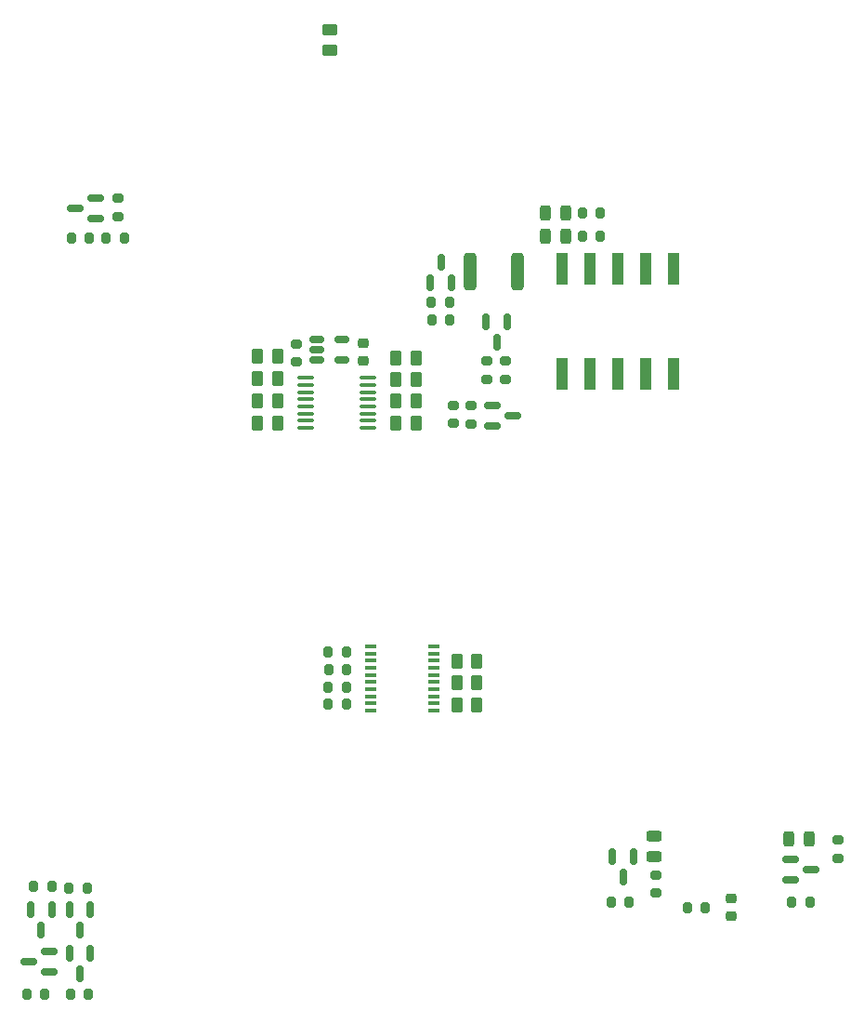
<source format=gbr>
%TF.GenerationSoftware,KiCad,Pcbnew,(6.0.5)*%
%TF.CreationDate,2022-06-30T03:28:59+08:00*%
%TF.ProjectId,lkt100a1_bclamp,6c6b7431-3030-4613-915f-62636c616d70,rev?*%
%TF.SameCoordinates,Original*%
%TF.FileFunction,Paste,Bot*%
%TF.FilePolarity,Positive*%
%FSLAX46Y46*%
G04 Gerber Fmt 4.6, Leading zero omitted, Abs format (unit mm)*
G04 Created by KiCad (PCBNEW (6.0.5)) date 2022-06-30 03:28:59*
%MOMM*%
%LPD*%
G01*
G04 APERTURE LIST*
G04 Aperture macros list*
%AMRoundRect*
0 Rectangle with rounded corners*
0 $1 Rounding radius*
0 $2 $3 $4 $5 $6 $7 $8 $9 X,Y pos of 4 corners*
0 Add a 4 corners polygon primitive as box body*
4,1,4,$2,$3,$4,$5,$6,$7,$8,$9,$2,$3,0*
0 Add four circle primitives for the rounded corners*
1,1,$1+$1,$2,$3*
1,1,$1+$1,$4,$5*
1,1,$1+$1,$6,$7*
1,1,$1+$1,$8,$9*
0 Add four rect primitives between the rounded corners*
20,1,$1+$1,$2,$3,$4,$5,0*
20,1,$1+$1,$4,$5,$6,$7,0*
20,1,$1+$1,$6,$7,$8,$9,0*
20,1,$1+$1,$8,$9,$2,$3,0*%
G04 Aperture macros list end*
%ADD10RoundRect,0.200000X0.200000X0.275000X-0.200000X0.275000X-0.200000X-0.275000X0.200000X-0.275000X0*%
%ADD11RoundRect,0.200000X-0.275000X0.200000X-0.275000X-0.200000X0.275000X-0.200000X0.275000X0.200000X0*%
%ADD12RoundRect,0.250000X0.450000X-0.262500X0.450000X0.262500X-0.450000X0.262500X-0.450000X-0.262500X0*%
%ADD13RoundRect,0.250000X0.262500X0.450000X-0.262500X0.450000X-0.262500X-0.450000X0.262500X-0.450000X0*%
%ADD14RoundRect,0.200000X0.275000X-0.200000X0.275000X0.200000X-0.275000X0.200000X-0.275000X-0.200000X0*%
%ADD15RoundRect,0.150000X0.587500X0.150000X-0.587500X0.150000X-0.587500X-0.150000X0.587500X-0.150000X0*%
%ADD16RoundRect,0.150000X-0.512500X-0.150000X0.512500X-0.150000X0.512500X0.150000X-0.512500X0.150000X0*%
%ADD17RoundRect,0.200000X-0.200000X-0.275000X0.200000X-0.275000X0.200000X0.275000X-0.200000X0.275000X0*%
%ADD18RoundRect,0.243750X-0.243750X-0.456250X0.243750X-0.456250X0.243750X0.456250X-0.243750X0.456250X0*%
%ADD19RoundRect,0.250000X0.312500X1.450000X-0.312500X1.450000X-0.312500X-1.450000X0.312500X-1.450000X0*%
%ADD20RoundRect,0.150000X-0.150000X0.587500X-0.150000X-0.587500X0.150000X-0.587500X0.150000X0.587500X0*%
%ADD21R,1.000000X0.400000*%
%ADD22RoundRect,0.225000X-0.250000X0.225000X-0.250000X-0.225000X0.250000X-0.225000X0.250000X0.225000X0*%
%ADD23RoundRect,0.250000X-0.262500X-0.450000X0.262500X-0.450000X0.262500X0.450000X-0.262500X0.450000X0*%
%ADD24RoundRect,0.243750X0.243750X0.456250X-0.243750X0.456250X-0.243750X-0.456250X0.243750X-0.456250X0*%
%ADD25RoundRect,0.100000X0.637500X0.100000X-0.637500X0.100000X-0.637500X-0.100000X0.637500X-0.100000X0*%
%ADD26RoundRect,0.150000X-0.587500X-0.150000X0.587500X-0.150000X0.587500X0.150000X-0.587500X0.150000X0*%
%ADD27R,1.000000X3.000000*%
%ADD28RoundRect,0.150000X0.150000X-0.587500X0.150000X0.587500X-0.150000X0.587500X-0.150000X-0.587500X0*%
%ADD29RoundRect,0.225000X0.250000X-0.225000X0.250000X0.225000X-0.250000X0.225000X-0.250000X-0.225000X0*%
%ADD30RoundRect,0.243750X-0.456250X0.243750X-0.456250X-0.243750X0.456250X-0.243750X0.456250X0.243750X0*%
G04 APERTURE END LIST*
D10*
%TO.C,R114*%
X89582000Y-63168809D03*
X87932000Y-63168809D03*
%TD*%
D11*
%TO.C,R60*%
X157832800Y-117969809D03*
X157832800Y-119619809D03*
%TD*%
D12*
%TO.C,R98*%
X111464600Y-46021909D03*
X111464600Y-44196909D03*
%TD*%
D13*
%TO.C,R123*%
X119336700Y-74040009D03*
X117511700Y-74040009D03*
%TD*%
D14*
%TO.C,R128*%
X127517400Y-76021209D03*
X127517400Y-74371209D03*
%TD*%
D15*
%TO.C,Q8*%
X90151700Y-59501009D03*
X90151700Y-61401009D03*
X88276700Y-60451009D03*
%TD*%
D16*
%TO.C,U3*%
X110301700Y-74278809D03*
X110301700Y-73328809D03*
X110301700Y-72378809D03*
X112576700Y-72378809D03*
X112576700Y-74278809D03*
%TD*%
D17*
%TO.C,R39*%
X87842600Y-132002809D03*
X89492600Y-132002809D03*
%TD*%
%TO.C,R116*%
X91107000Y-63143409D03*
X92757000Y-63143409D03*
%TD*%
D18*
%TO.C,D5*%
X131151900Y-60857409D03*
X133026900Y-60857409D03*
%TD*%
D14*
%TO.C,R59*%
X141221200Y-122769409D03*
X141221200Y-121119409D03*
%TD*%
D13*
%TO.C,R124*%
X119336700Y-79983609D03*
X117511700Y-79983609D03*
%TD*%
D19*
%TO.C,D3*%
X128588100Y-66216809D03*
X124313100Y-66216809D03*
%TD*%
D20*
%TO.C,Q10*%
X125754600Y-70765709D03*
X127654600Y-70765709D03*
X126704600Y-72640709D03*
%TD*%
D21*
%TO.C,U1*%
X121015600Y-100325009D03*
X121015600Y-100975009D03*
X121015600Y-101625009D03*
X121015600Y-102275009D03*
X121015600Y-102925009D03*
X121015600Y-103575009D03*
X121015600Y-104225009D03*
X121015600Y-104875009D03*
X121015600Y-105525009D03*
X121015600Y-106175009D03*
X115215600Y-106175009D03*
X115215600Y-105525009D03*
X115215600Y-104875009D03*
X115215600Y-104225009D03*
X115215600Y-103575009D03*
X115215600Y-102925009D03*
X115215600Y-102275009D03*
X115215600Y-101625009D03*
X115215600Y-100975009D03*
X115215600Y-100325009D03*
%TD*%
D20*
%TO.C,Q2*%
X87756200Y-128271309D03*
X89656200Y-128271309D03*
X88706200Y-130146309D03*
%TD*%
D22*
%TO.C,C8*%
X114510700Y-72757009D03*
X114510700Y-74307009D03*
%TD*%
D17*
%TO.C,R108*%
X111347000Y-100862409D03*
X112997000Y-100862409D03*
%TD*%
D23*
%TO.C,R90*%
X123097800Y-105637609D03*
X124922800Y-105637609D03*
%TD*%
D24*
%TO.C,D2*%
X155163500Y-117829609D03*
X153288500Y-117829609D03*
%TD*%
D11*
%TO.C,R132*%
X124390900Y-78432209D03*
X124390900Y-80082209D03*
%TD*%
D23*
%TO.C,R121*%
X104913300Y-73938409D03*
X106738300Y-73938409D03*
%TD*%
D25*
%TO.C,U2*%
X114985600Y-75879809D03*
X114985600Y-76529809D03*
X114985600Y-77179809D03*
X114985600Y-77829809D03*
X114985600Y-78479809D03*
X114985600Y-79129809D03*
X114985600Y-79779809D03*
X114985600Y-80429809D03*
X109260600Y-80429809D03*
X109260600Y-79779809D03*
X109260600Y-79129809D03*
X109260600Y-78479809D03*
X109260600Y-77829809D03*
X109260600Y-77179809D03*
X109260600Y-76529809D03*
X109260600Y-75879809D03*
%TD*%
D26*
%TO.C,Q6*%
X153491700Y-121573609D03*
X153491700Y-119673609D03*
X155366700Y-120623609D03*
%TD*%
D18*
%TO.C,D4*%
X131162800Y-63016409D03*
X133037800Y-63016409D03*
%TD*%
D20*
%TO.C,Q3*%
X84251000Y-124308909D03*
X86151000Y-124308909D03*
X85201000Y-126183909D03*
%TD*%
D27*
%TO.C,K1*%
X132699000Y-65958009D03*
X135239000Y-65958009D03*
X137779000Y-65958009D03*
X140319000Y-65958009D03*
X142859000Y-65958009D03*
X142859000Y-75518009D03*
X140319000Y-75518009D03*
X137779000Y-75518009D03*
X135239000Y-75518009D03*
X132699000Y-75518009D03*
%TD*%
D10*
%TO.C,R77*%
X145716000Y-124078009D03*
X144066000Y-124078009D03*
%TD*%
%TO.C,R131*%
X136165600Y-60857409D03*
X134515600Y-60857409D03*
%TD*%
D28*
%TO.C,Q9*%
X122574600Y-67205109D03*
X120674600Y-67205109D03*
X121624600Y-65330109D03*
%TD*%
D11*
%TO.C,R133*%
X122765300Y-78381409D03*
X122765300Y-80031409D03*
%TD*%
D29*
%TO.C,C1*%
X148091400Y-124853009D03*
X148091400Y-123303009D03*
%TD*%
D23*
%TO.C,R119*%
X104913300Y-78002409D03*
X106738300Y-78002409D03*
%TD*%
D17*
%TO.C,R107*%
X111385600Y-102437209D03*
X113035600Y-102437209D03*
%TD*%
D10*
%TO.C,R130*%
X136153400Y-63016409D03*
X134503400Y-63016409D03*
%TD*%
D26*
%TO.C,Q11*%
X126298200Y-80258009D03*
X126298200Y-78358009D03*
X128173200Y-79308009D03*
%TD*%
D20*
%TO.C,Q5*%
X137274000Y-119482909D03*
X139174000Y-119482909D03*
X138224000Y-121357909D03*
%TD*%
D17*
%TO.C,R67*%
X137157200Y-123620809D03*
X138807200Y-123620809D03*
%TD*%
D14*
%TO.C,R115*%
X92160600Y-61199809D03*
X92160600Y-59549809D03*
%TD*%
D15*
%TO.C,Q4*%
X85935300Y-128055609D03*
X85935300Y-129955609D03*
X84060300Y-129005609D03*
%TD*%
D30*
%TO.C,D1*%
X141068800Y-117603309D03*
X141068800Y-119478309D03*
%TD*%
D17*
%TO.C,R23*%
X87728800Y-122300009D03*
X89378800Y-122300009D03*
%TD*%
D10*
%TO.C,R118*%
X122449600Y-70636409D03*
X120799600Y-70636409D03*
%TD*%
D17*
%TO.C,R68*%
X153604200Y-123570009D03*
X155254200Y-123570009D03*
%TD*%
D20*
%TO.C,Q1*%
X87756200Y-124308909D03*
X89656200Y-124308909D03*
X88706200Y-126183909D03*
%TD*%
D13*
%TO.C,R125*%
X119336700Y-76021209D03*
X117511700Y-76021209D03*
%TD*%
D23*
%TO.C,R122*%
X104913300Y-79983609D03*
X106738300Y-79983609D03*
%TD*%
D14*
%TO.C,R129*%
X125841000Y-75982609D03*
X125841000Y-74332609D03*
%TD*%
D17*
%TO.C,R40*%
X83868000Y-132002809D03*
X85518000Y-132002809D03*
%TD*%
D13*
%TO.C,R126*%
X119336700Y-78002409D03*
X117511700Y-78002409D03*
%TD*%
D17*
%TO.C,R30*%
X84528400Y-122198409D03*
X86178400Y-122198409D03*
%TD*%
D23*
%TO.C,R89*%
X123097800Y-103656409D03*
X124922800Y-103656409D03*
%TD*%
%TO.C,R120*%
X104913300Y-75970409D03*
X106738300Y-75970409D03*
%TD*%
%TO.C,R88*%
X123097800Y-101675209D03*
X124922800Y-101675209D03*
%TD*%
D17*
%TO.C,R106*%
X111359200Y-104012009D03*
X113009200Y-104012009D03*
%TD*%
D10*
%TO.C,R127*%
X122398800Y-69010809D03*
X120748800Y-69010809D03*
%TD*%
D11*
%TO.C,R117*%
X108492800Y-72783209D03*
X108492800Y-74433209D03*
%TD*%
D17*
%TO.C,R105*%
X111347000Y-105586809D03*
X112997000Y-105586809D03*
%TD*%
M02*

</source>
